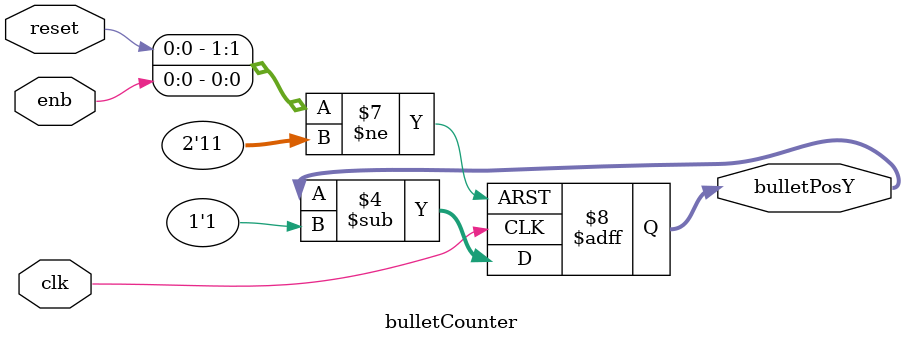
<source format=v>
`timescale 1ns / 1ps
module bulletCounter(enb,
							clk,
							reset,
							bulletPosY
    );

	input enb;
	input clk; 
	input reset;
	output reg [9:0] bulletPosY = 400;
	
	always @(posedge clk or negedge enb or negedge reset) begin 
		if(~reset)
			bulletPosY <= 400;
		else if(~enb) begin 
			bulletPosY <= 400;
		end 
		else
			bulletPosY <= bulletPosY - 1'b1;
	end

endmodule

</source>
